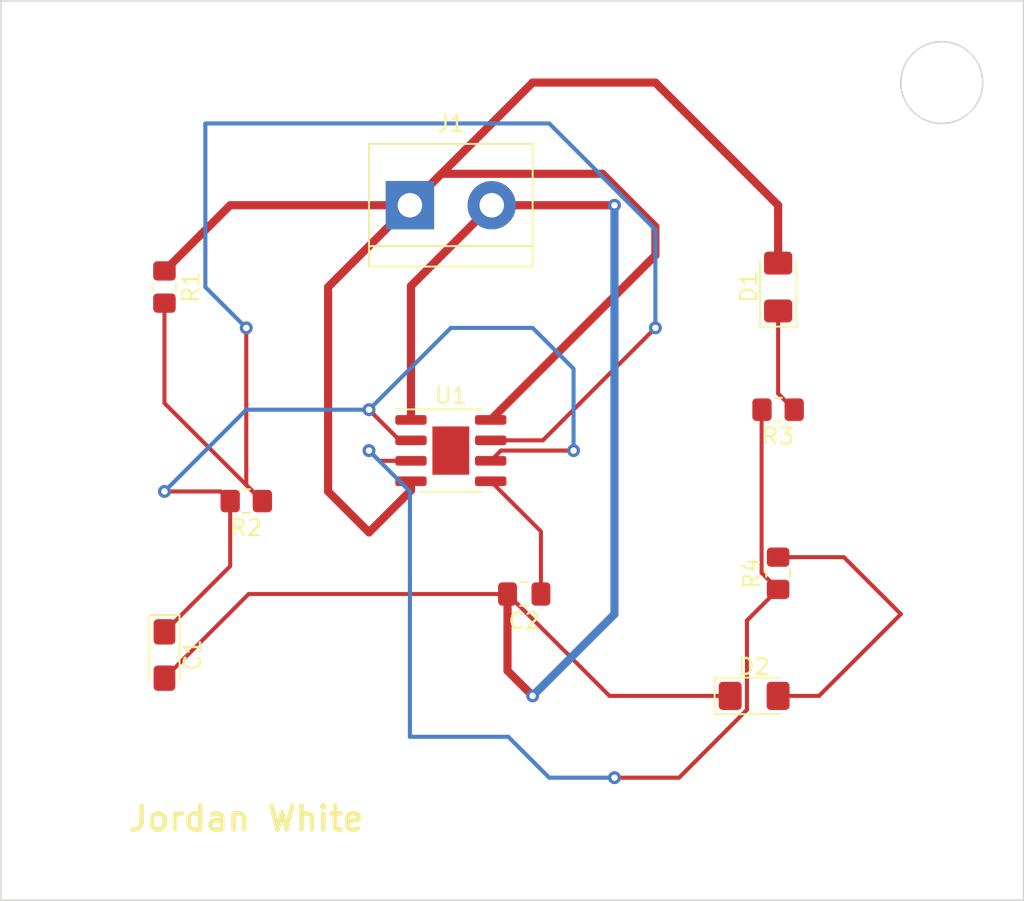
<source format=kicad_pcb>
(kicad_pcb (version 20211014) (generator pcbnew)
  (layers (0 "F.Cu" signal) (31 "B.Cu" signal) (34 "B.Paste" user) (35 "F.Paste" user) (36 "B.SilkS" user "B.Silkscreen") (37 "F.SilkS" user "F.Silkscreen") (38 "B.Mask" user) (39 "F.Mask" user) (44 "Edge.Cuts" user))
  (net 0 "")
  (net 1 "/pin_2")
  (net 2 "GND")
  (net 3 "Net-(C2-Pad1)")
  (net 4 "Net-(D1-Pad1)")
  (net 5 "+9V")
  (net 6 "Net-(D2-Pad2)")
  (net 7 "/pin_7")
  (net 8 "/pin_3")
  (footprint "Resistor_SMD:R_0805_2012Metric_Pad1.20x1.40mm_HandSolder" (layer "F.Cu") (at 144.78 86.36 90)
    (fp_text reference "R4" (at 0 -1.65 90) (layer "F.SilkS"))
    (fp_text value "1k")
    (fp_line (start -0.227064 -0.735) (end 0.227064 -0.735) (layer "F.SilkS") (width 0.12))
    (fp_line (start -0.227064 0.735) (end 0.227064 0.735) (layer "F.SilkS") (width 0.12))
    (pad "1" smd roundrect (at -1 0 90) (size 1.2 1.4) (layers "F.Cu" "F.Paste" "F.Mask") (roundrect_rratio 0.208333) (net 8 "/pin_3"))
    (pad "2" smd roundrect (at 1 0 90) (size 1.2 1.4) (layers "F.Cu" "F.Paste" "F.Mask") (roundrect_rratio 0.208333) (net 6 "Net-(D2-Pad2)"))
  )
  (footprint "TerminalBlock:TerminalBlock_bornier-2_P5.08mm" (layer "F.Cu") (at 121.92 63.5)
    (fp_text reference "J1" (at 2.54 -5.08) (layer "F.SilkS"))
    (fp_text value "Conn_01x02_Male")
    (fp_line (start -2.54 -3.81) (end -2.54 3.81) (layer "F.SilkS") (width 0.12))
    (fp_line (start 7.62 2.54) (end -2.54 2.54) (layer "F.SilkS") (width 0.12))
    (fp_line (start -2.54 3.81) (end 7.62 3.81) (layer "F.SilkS") (width 0.12))
    (fp_line (start 7.62 -3.81) (end -2.54 -3.81) (layer "F.SilkS") (width 0.12))
    (fp_line (start 7.62 3.81) (end 7.62 -3.81) (layer "F.SilkS") (width 0.12))
    (pad "1" thru_hole rect (at 0 0) (size 3 3) (drill 1.52) (layers *.Cu *.Mask) (net 5 "+9V"))
    (pad "2" thru_hole circle (at 5.08 0) (size 3 3) (drill 1.52) (layers *.Cu *.Mask) (net 2 "GND"))
  )
  (footprint "Resistor_SMD:R_0805_2012Metric_Pad1.20x1.40mm_HandSolder" (layer "F.Cu") (at 111.76 81.87532 180)
    (fp_text reference "R2" (at 0 -1.65) (layer "F.SilkS"))
    (fp_text value "10k")
    (fp_line (start -0.227064 0.735) (end 0.227064 0.735) (layer "F.SilkS") (width 0.12))
    (fp_line (start -0.227064 -0.735) (end 0.227064 -0.735) (layer "F.SilkS") (width 0.12))
    (pad "1" smd roundrect (at -1 0 180) (size 1.2 1.4) (layers "F.Cu" "F.Paste" "F.Mask") (roundrect_rratio 0.208333) (net 7 "/pin_7"))
    (pad "2" smd roundrect (at 1 0 180) (size 1.2 1.4) (layers "F.Cu" "F.Paste" "F.Mask") (roundrect_rratio 0.208333) (net 1 "/pin_2"))
  )
  (footprint "Capacitor_SMD:C_0805_2012Metric_Pad1.18x1.45mm_HandSolder" (layer "F.Cu") (at 129.017496 87.65 180)
    (fp_text reference "C2" (at 0 -1.68) (layer "F.SilkS"))
    (fp_text value "0.01uF")
    (fp_line (start -0.261252 -0.735) (end 0.261252 -0.735) (layer "F.SilkS") (width 0.12))
    (fp_line (start -0.261252 0.735) (end 0.261252 0.735) (layer "F.SilkS") (width 0.12))
    (pad "1" smd roundrect (at -1.0375 0 180) (size 1.175 1.45) (layers "F.Cu" "F.Paste" "F.Mask") (roundrect_rratio 0.212766) (net 3 "Net-(C2-Pad1)"))
    (pad "2" smd roundrect (at 1.0375 0 180) (size 1.175 1.45) (layers "F.Cu" "F.Paste" "F.Mask") (roundrect_rratio 0.212766) (net 2 "GND"))
  )
  (footprint "Resistor_SMD:R_0805_2012Metric_Pad1.20x1.40mm_HandSolder" (layer "F.Cu") (at 144.78 76.2 180)
    (fp_text reference "R3" (at 0 -1.65) (layer "F.SilkS"))
    (fp_text value "1k")
    (fp_line (start -0.227064 -0.735) (end 0.227064 -0.735) (layer "F.SilkS") (width 0.12))
    (fp_line (start -0.227064 0.735) (end 0.227064 0.735) (layer "F.SilkS") (width 0.12))
    (pad "1" smd roundrect (at -1 0 180) (size 1.2 1.4) (layers "F.Cu" "F.Paste" "F.Mask") (roundrect_rratio 0.208333) (net 4 "Net-(D1-Pad1)"))
    (pad "2" smd roundrect (at 1 0 180) (size 1.2 1.4) (layers "F.Cu" "F.Paste" "F.Mask") (roundrect_rratio 0.208333) (net 8 "/pin_3"))
  )
  (footprint "Package_SO:SOIC-8-1EP_3.9x4.9mm_P1.27mm_EP2.29x3mm" (layer "F.Cu") (at 124.46 78.74)
    (fp_text reference "U1" (at 0 -3.4) (layer "F.SilkS"))
    (fp_text value "NE555D")
    (fp_line (start 0 2.56) (end -1.95 2.56) (layer "F.SilkS") (width 0.12))
    (fp_line (start 0 -2.56) (end 1.95 -2.56) (layer "F.SilkS") (width 0.12))
    (fp_line (start 0 -2.56) (end -3.45 -2.56) (layer "F.SilkS") (width 0.12))
    (fp_line (start 0 2.56) (end 1.95 2.56) (layer "F.SilkS") (width 0.12))
    (pad "1" smd roundrect (at -2.475 -1.905) (size 1.95 0.6) (layers "F.Cu" "F.Paste" "F.Mask") (net 2 "GND"))
    (pad "2" smd roundrect (at -2.475 -0.635) (size 1.95 0.6) (layers "F.Cu" "F.Paste" "F.Mask") (net 1 "/pin_2"))
    (pad "3" smd roundrect (at -2.475 0.635) (size 1.95 0.6) (layers "F.Cu" "F.Paste" "F.Mask") (net 8 "/pin_3"))
    (pad "4" smd roundrect (at -2.475 1.905) (size 1.95 0.6) (layers "F.Cu" "F.Paste" "F.Mask") (net 5 "+9V"))
    (pad "5" smd roundrect (at 2.475 1.905) (size 1.95 0.6) (layers "F.Cu" "F.Paste" "F.Mask") (net 3 "Net-(C2-Pad1)"))
    (pad "6" smd roundrect (at 2.475 0.635) (size 1.95 0.6) (layers "F.Cu" "F.Paste" "F.Mask") (net 1 "/pin_2"))
    (pad "7" smd roundrect (at 2.475 -0.635) (size 1.95 0.6) (layers "F.Cu" "F.Paste" "F.Mask") (net 7 "/pin_7"))
    (pad "8" smd roundrect (at 2.475 -1.905) (size 1.95 0.6) (layers "F.Cu" "F.Paste" "F.Mask") (net 5 "+9V"))
    (pad "9" smd rect (at 0 0) (size 2.29 3) (layers "F.Cu" "F.Mask"))
  )
  (footprint "LED_SMD:LED_1206_3216Metric_Pad1.42x1.75mm_HandSolder" (layer "F.Cu") (at 144.78 68.58 90)
    (fp_text reference "D1" (at 0 -1.82 90) (layer "F.SilkS"))
    (fp_text value "LED")
    (fp_line (start 1.6 -1.135) (end -2.46 -1.135) (layer "F.SilkS") (width 0.12))
    (fp_line (start -2.46 1.135) (end 1.6 1.135) (layer "F.SilkS") (width 0.12))
    (fp_line (start -2.46 -1.135) (end -2.46 1.135) (layer "F.SilkS") (width 0.12))
    (pad "1" smd roundrect (at -1.4875 0 90) (size 1.425 1.75) (layers "F.Cu" "F.Paste" "F.Mask") (roundrect_rratio 0.175439) (net 4 "Net-(D1-Pad1)"))
    (pad "2" smd roundrect (at 1.4875 0 90) (size 1.425 1.75) (layers "F.Cu" "F.Paste" "F.Mask") (roundrect_rratio 0.175439) (net 5 "+9V"))
  )
  (footprint "Resistor_SMD:R_0805_2012Metric_Pad1.20x1.40mm_HandSolder" (layer "F.Cu") (at 106.68 68.58 -90)
    (fp_text reference "R1" (at 0 -1.65 90) (layer "F.SilkS"))
    (fp_text value "1k")
    (fp_line (start -0.227064 -0.735) (end 0.227064 -0.735) (layer "F.SilkS") (width 0.12))
    (fp_line (start -0.227064 0.735) (end 0.227064 0.735) (layer "F.SilkS") (width 0.12))
    (pad "1" smd roundrect (at -1 0 270) (size 1.2 1.4) (layers "F.Cu" "F.Paste" "F.Mask") (roundrect_rratio 0.208333) (net 5 "+9V"))
    (pad "2" smd roundrect (at 1 0 270) (size 1.2 1.4) (layers "F.Cu" "F.Paste" "F.Mask") (roundrect_rratio 0.208333) (net 7 "/pin_7"))
  )
  (footprint "Capacitor_Tantalum_SMD:CP_EIA-3216-18_Kemet-A_Pad1.58x1.35mm_HandSolder" (layer "F.Cu") (at 106.68 91.44 -90)
    (fp_text reference "C1" (at 0 -1.75 90) (layer "F.SilkS"))
    (fp_text value "10uF")
    (fp_line (start -2.485 -0.935) (end -2.485 0.935) (layer "F.SilkS") (width 0.12))
    (fp_line (start -2.485 0.935) (end 1.6 0.935) (layer "F.SilkS") (width 0.12))
    (fp_line (start 1.6 -0.935) (end -2.485 -0.935) (layer "F.SilkS") (width 0.12))
    (pad "1" smd roundrect (at -1.4375 0 270) (size 1.575 1.35) (layers "F.Cu" "F.Paste" "F.Mask") (roundrect_rratio 0.185185) (net 1 "/pin_2"))
    (pad "2" smd roundrect (at 1.4375 0 270) (size 1.575 1.35) (layers "F.Cu" "F.Paste" "F.Mask") (roundrect_rratio 0.185185) (net 2 "GND"))
  )
  (footprint "LED_SMD:LED_1206_3216Metric_Pad1.42x1.75mm_HandSolder" (layer "F.Cu") (at 143.2925 93.98)
    (fp_text reference "D2" (at 0 -1.82) (layer "F.SilkS"))
    (fp_text value "LED")
    (fp_line (start -2.46 1.135) (end 1.6 1.135) (layer "F.SilkS") (width 0.12))
    (fp_line (start 1.6 -1.135) (end -2.46 -1.135) (layer "F.SilkS") (width 0.12))
    (fp_line (start -2.46 -1.135) (end -2.46 1.135) (layer "F.SilkS") (width 0.12))
    (pad "1" smd roundrect (at -1.4875 0) (size 1.425 1.75) (layers "F.Cu" "F.Paste" "F.Mask") (roundrect_rratio 0.175439) (net 2 "GND"))
    (pad "2" smd roundrect (at 1.4875 0) (size 1.425 1.75) (layers "F.Cu" "F.Paste" "F.Mask") (roundrect_rratio 0.175439) (net 6 "Net-(D2-Pad2)"))
  )
  (gr_rect (start 96.52 50.8) (end 160.02 106.68) (layer "Edge.Cuts") (width 0.1) (fill none))
  (gr_circle (center 154.94 55.88) (end 154.94 53.34) (layer "Edge.Cuts") (width 0.1) (fill none))
  (gr_text "Jordan White" (at 111.76 101.6) (layer "F.SilkS") (effects (font (size 1.5 1.5) (thickness 0.3))))
  (segment (start 126.935 79.375) (end 127.57 78.74) (width 0.254) (layer "F.Cu") (net 1))
  (segment (start 110.76 85.9225) (end 106.68 90.0025) (width 0.25) (layer "F.Cu") (net 1))
  (segment (start 106.68 81.28) (end 110.16468 81.28) (width 0.254) (layer "F.Cu") (net 1))
  (segment (start 127.57 78.74) (end 132.08 78.74) (width 0.254) (layer "F.Cu") (net 1))
  (segment (start 110.76 85.9225) (end 110.76 81.87532) (width 0.25) (layer "F.Cu") (net 1))
  (segment (start 121.285 78.105) (end 121.985 78.105) (width 0.254) (layer "F.Cu") (net 1))
  (segment (start 119.38 76.2) (end 121.285 78.105) (width 0.254) (layer "F.Cu") (net 1))
  (segment (start 110.16468 81.28) (end 110.76 81.87532) (width 0.254) (layer "F.Cu") (net 1))
  (via (at 119.38 76.2) (size 0.8) (drill 0.4) (layers "F.Cu" "B.Cu") (net 1))
  (via (at 132.08 78.74) (size 0.8) (drill 0.4) (layers "F.Cu" "B.Cu") (net 1))
  (via (at 106.68 81.28) (size 0.8) (drill 0.4) (layers "F.Cu" "B.Cu") (net 1))
  (segment (start 129.54 71.12) (end 124.46 71.12) (width 0.254) (layer "B.Cu") (net 1))
  (segment (start 124.46 71.12) (end 119.38 76.2) (width 0.254) (layer "B.Cu") (net 1))
  (segment (start 132.08 78.74) (end 132.08 73.66) (width 0.254) (layer "B.Cu") (net 1))
  (segment (start 119.38 76.2) (end 111.76 76.2) (width 0.254) (layer "B.Cu") (net 1))
  (segment (start 111.76 76.2) (end 106.68 81.28) (width 0.254) (layer "B.Cu") (net 1))
  (segment (start 132.08 73.66) (end 129.54 71.12) (width 0.254) (layer "B.Cu") (net 1))
  (segment (start 111.9075 87.65) (end 127.979996 87.65) (width 0.25) (layer "F.Cu") (net 2))
  (segment (start 129.54 93.98) (end 127.979996 92.419996) (width 0.508) (layer "F.Cu") (net 2))
  (segment (start 134.309996 93.98) (end 127.979996 87.65) (width 0.25) (layer "F.Cu") (net 2))
  (segment (start 141.805 93.98) (end 134.309996 93.98) (width 0.25) (layer "F.Cu") (net 2))
  (segment (start 106.68 92.8775) (end 111.9075 87.65) (width 0.25) (layer "F.Cu") (net 2))
  (segment (start 127 63.5) (end 121.985 68.515) (width 0.508) (layer "F.Cu") (net 2))
  (segment (start 121.985 68.515) (end 121.985 76.835) (width 0.508) (layer "F.Cu") (net 2))
  (segment (start 127.979996 92.419996) (end 127.979996 87.65) (width 0.508) (layer "F.Cu") (net 2))
  (segment (start 127 63.5) (end 134.62 63.5) (width 0.508) (layer "F.Cu") (net 2))
  (via (at 129.54 93.98) (size 0.8) (drill 0.4) (layers "F.Cu" "B.Cu") (net 2))
  (via (at 134.62 63.5) (size 0.8) (drill 0.4) (layers "F.Cu" "B.Cu") (net 2))
  (segment (start 134.62 63.5) (end 134.62 88.9) (width 0.508) (layer "B.Cu") (net 2))
  (segment (start 134.62 88.9) (end 129.54 93.98) (width 0.508) (layer "B.Cu") (net 2))
  (segment (start 130.054996 83.764996) (end 126.935 80.645) (width 0.25) (layer "F.Cu") (net 3))
  (segment (start 130.054996 87.65) (end 130.054996 83.764996) (width 0.25) (layer "F.Cu") (net 3))
  (segment (start 144.78 70.0675) (end 144.78 75.2) (width 0.25) (layer "F.Cu") (net 4))
  (segment (start 144.78 75.2) (end 145.78 76.2) (width 0.25) (layer "F.Cu") (net 4))
  (segment (start 137.16 66.61) (end 126.935 76.835) (width 0.508) (layer "F.Cu") (net 5))
  (segment (start 121.92 63.5) (end 116.84 68.58) (width 0.508) (layer "F.Cu") (net 5))
  (segment (start 137.16 64.832261) (end 137.16 66.61) (width 0.508) (layer "F.Cu") (net 5))
  (segment (start 121.985 81.215) (end 121.985 80.645) (width 0.508) (layer "F.Cu") (net 5))
  (segment (start 121.92 63.5) (end 129.54 55.88) (width 0.508) (layer "F.Cu") (net 5))
  (segment (start 144.78 63.5) (end 144.78 67.0925) (width 0.508) (layer "F.Cu") (net 5))
  (segment (start 129.54 55.88) (end 137.16 55.88) (width 0.508) (layer "F.Cu") (net 5))
  (segment (start 106.68 67.58) (end 110.76 63.5) (width 0.508) (layer "F.Cu") (net 5))
  (segment (start 121.92 63.5) (end 123.874 61.546) (width 0.508) (layer "F.Cu") (net 5))
  (segment (start 110.76 63.5) (end 121.92 63.5) (width 0.508) (layer "F.Cu") (net 5))
  (segment (start 137.16 55.88) (end 144.78 63.5) (width 0.508) (layer "F.Cu") (net 5))
  (segment (start 133.873739 61.546) (end 137.16 64.832261) (width 0.508) (layer "F.Cu") (net 5))
  (segment (start 123.874 61.546) (end 133.873739 61.546) (width 0.508) (layer "F.Cu") (net 5))
  (segment (start 116.84 68.58) (end 116.84 81.28) (width 0.508) (layer "F.Cu") (net 5))
  (segment (start 119.38 83.82) (end 121.985 81.215) (width 0.508) (layer "F.Cu") (net 5))
  (segment (start 116.84 81.28) (end 119.38 83.82) (width 0.508) (layer "F.Cu") (net 5))
  (segment (start 147.32 93.98) (end 144.78 93.98) (width 0.25) (layer "F.Cu") (net 6))
  (segment (start 148.86 85.36) (end 152.4 88.9) (width 0.25) (layer "F.Cu") (net 6))
  (segment (start 152.4 88.9) (end 147.32 93.98) (width 0.25) (layer "F.Cu") (net 6))
  (segment (start 144.78 85.36) (end 148.86 85.36) (width 0.25) (layer "F.Cu") (net 6))
  (segment (start 106.68 75.79532) (end 112.76 81.87532) (width 0.25) (layer "F.Cu") (net 7))
  (segment (start 130.175 78.105) (end 137.16 71.12) (width 0.254) (layer "F.Cu") (net 7))
  (segment (start 126.935 78.105) (end 130.175 78.105) (width 0.254) (layer "F.Cu") (net 7))
  (segment (start 111.76 80.87532) (end 112.76 81.87532) (width 0.254) (layer "F.Cu") (net 7))
  (segment (start 111.76 71.12) (end 111.76 80.87532) (width 0.254) (layer "F.Cu") (net 7))
  (segment (start 106.68 69.58) (end 106.68 75.79532) (width 0.25) (layer "F.Cu") (net 7))
  (via (at 111.76 71.12) (size 0.8) (drill 0.4) (layers "F.Cu" "B.Cu") (net 7))
  (via (at 137.16 71.12) (size 0.8) (drill 0.4) (layers "F.Cu" "B.Cu") (net 7))
  (segment (start 137.16 65.011866) (end 130.568134 58.42) (width 0.254) (layer "B.Cu") (net 7))
  (segment (start 109.22 58.42) (end 109.22 68.58) (width 0.254) (layer "B.Cu") (net 7))
  (segment (start 130.568134 58.42) (end 109.22 58.42) (width 0.254) (layer "B.Cu") (net 7))
  (segment (start 137.16 71.12) (end 137.16 65.011866) (width 0.254) (layer "B.Cu") (net 7))
  (segment (start 109.22 68.58) (end 111.76 71.12) (width 0.254) (layer "B.Cu") (net 7))
  (segment (start 143.755 76.225) (end 143.755 86.335) (width 0.25) (layer "F.Cu") (net 8))
  (segment (start 143.78 76.2) (end 143.755 76.225) (width 0.25) (layer "F.Cu") (net 8))
  (segment (start 120.015 79.375) (end 119.38 78.74) (width 0.254) (layer "F.Cu") (net 8))
  (segment (start 142.8445 89.2955) (end 144.78 87.36) (width 0.254) (layer "F.Cu") (net 8))
  (segment (start 138.628501 99.06) (end 142.8445 94.844001) (width 0.254) (layer "F.Cu") (net 8))
  (segment (start 143.755 86.335) (end 144.78 87.36) (width 0.25) (layer "F.Cu") (net 8))
  (segment (start 134.62 99.06) (end 138.628501 99.06) (width 0.254) (layer "F.Cu") (net 8))
  (segment (start 121.985 79.375) (end 120.015 79.375) (width 0.254) (layer "F.Cu") (net 8))
  (segment (start 142.8445 94.844001) (end 142.8445 89.2955) (width 0.254) (layer "F.Cu") (net 8))
  (via (at 119.38 78.74) (size 0.8) (drill 0.4) (layers "F.Cu" "B.Cu") (net 8))
  (via (at 134.62 99.06) (size 0.8) (drill 0.4) (layers "F.Cu" "B.Cu") (net 8))
  (segment (start 121.92 96.52) (end 128.028134 96.52) (width 0.254) (layer "B.Cu") (net 8))
  (segment (start 130.568134 99.06) (end 134.62 99.06) (width 0.254) (layer "B.Cu") (net 8))
  (segment (start 121.92 81.28) (end 121.92 96.52) (width 0.254) (layer "B.Cu") (net 8))
  (segment (start 128.028134 96.52) (end 130.568134 99.06) (width 0.254) (layer "B.Cu") (net 8))
  (segment (start 119.38 78.74) (end 121.92 81.28) (width 0.254) (layer "B.Cu") (net 8))
)
</source>
